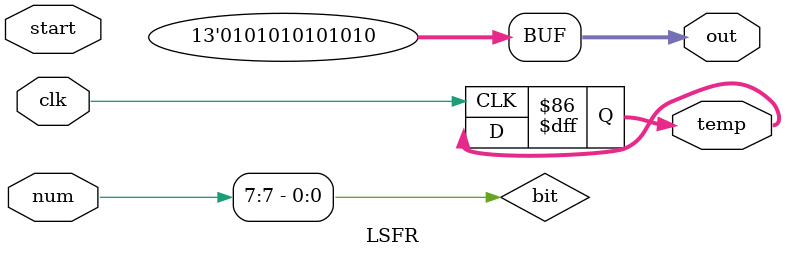
<source format=v>
module LSFR(start, num, clk, out, temp);

input start;
input clk;
input [12:0] num;

output [12:0] temp;
output [12:0] out=13'b0101010101010;

//assign n = num;


wire bit;
reg [1:0] f = 01;

assign bit = num[7];

reg [12:0]temp;
reg [12:0]out;

always @ (posedge clk)
  if (out > 00) begin
  out <= out - 1;
  end
  else if (f == 01) begin
  temp[0] <= num[0];
  temp[1] <= num[1];
  temp[2] <= num[2];
  temp[3] <= num[3];
  temp[4] <= num[4];
  temp[5] <= num[5];
  temp[6] <= num[6];
  temp[7] <= num[7];
  temp[8] <= num[8];
  temp[9] <= num[9];
  temp[10] <= num[10];
  temp[11] <= num[11];
  temp[12] <= num[12];
  
  temp[1] <= temp[0];
  temp[2] <= temp[1] ^ bit;
  temp[3] <= temp[2];
  temp[4] <= temp[3] ^ bit;
  temp[5] <= temp[4];
  temp[6] <= temp[5] ^ bit;
  temp[7] <= temp[6];
  temp[8] <= temp[7] ^ bit;
  temp[9] <= temp[8];
  temp[10] <= temp[9] ^ bit;
  temp[11] <= temp[10];
  temp[12] <= temp[11];
  f <= 00;
  out <= temp;
  end   
endmodule 
</source>
